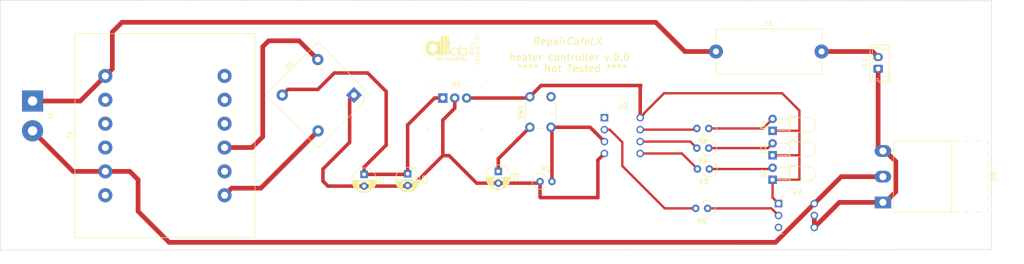
<source format=kicad_pcb>
(kicad_pcb (version 20221018) (generator pcbnew)
  (layers (0 "F.Cu" signal) (31 "B.Cu" signal) (34 "B.Paste" user) (35 "F.Paste" user) (36 "B.SilkS" user "B.Silkscreen") (37 "F.SilkS" user "F.Silkscreen") (38 "B.Mask" user) (39 "F.Mask" user) (44 "Edge.Cuts" user))
  (net 0 "")
  (net 1 "Net-(D1-Pad4)")
  (net 2 "Net-(D1-Pad2)")
  (net 3 "Net-(D2-Pad2)")
  (net 4 "Net-(D3-Pad2)")
  (net 5 "Net-(D4-Pad2)")
  (net 6 "Net-(D5-Pad1)")
  (net 7 "Net-(D5-Pad2)")
  (net 8 "Net-(R3-Pad2)")
  (net 9 "Net-(R4-Pad2)")
  (net 10 "Net-(R5-Pad2)")
  (net 11 "Net-(R6-Pad1)")
  (net 12 "Net-(R6-Pad2)")
  (net 13 "Net-(U2-Pad3)")
  (net 14 "Net-(C1-Pad1)")
  (net 15 "Net-(C1-Pad2)")
  (net 16 "Net-(C3-Pad1)")
  (net 17 "Net-(R1-Pad2)")
  (net 18 "Net-(U3-Pad1)")
  (net 19 "Net-(F1-Pad1)")
  (net 20 "Net-(F1-Pad2)")
  (footprint "Transformer_THT:Transformer_37x44" (layer "F.Cu") (at 63.627 105.029 90)
    (fp_text reference "T1" (at 7.75 -7.5 90) (layer "F.SilkS"))
    (fp_text value "Transformer_1P_1S")
    (pad "" thru_hole circle (at -5.08 0 90) (size 3 3) (drill 1.5) (layers "*.Cu" "*.Mask"))
    (pad "" thru_hole circle (at 0 25.4 90) (size 3 3) (drill 1.5) (layers "*.Cu" "*.Mask"))
    (pad "" thru_hole circle (at 5.08 0 90) (size 3 3) (drill 1.5) (layers "*.Cu" "*.Mask"))
    (pad "" thru_hole circle (at 10.16 0 90) (size 3 3) (drill 1.5) (layers "*.Cu" "*.Mask"))
    (pad "" thru_hole circle (at 10.16 25.4 90) (size 3 3) (drill 1.5) (layers "*.Cu" "*.Mask"))
    (pad "" thru_hole circle (at 15.24 0 90) (size 3 3) (drill 1.5) (layers "*.Cu" "*.Mask"))
    (pad "" thru_hole circle (at 15.24 25.4 90) (size 3 3) (drill 1.5) (layers "*.Cu" "*.Mask"))
    (pad "" thru_hole circle (at 20.32 25.4 90) (size 3 3) (drill 1.5) (layers "*.Cu" "*.Mask"))
    (pad "1" thru_hole circle (at 0 0 90) (size 3 3) (drill 1.5) (layers "*.Cu" "*.Mask") (net 7 "Net-(D5-Pad2)"))
    (pad "2" thru_hole circle (at 20.32 0 90) (size 3 3) (drill 1.5) (layers "*.Cu" "*.Mask") (net 19 "Net-(F1-Pad1)"))
    (pad "3" thru_hole circle (at 5.08 25.4 90) (size 3 3) (drill 1.5) (layers "*.Cu" "*.Mask") (net 2 "Net-(D1-Pad2)"))
    (pad "4" thru_hole circle (at -5.08 25.4 90) (size 3 3) (drill 1.5) (layers "*.Cu" "*.Mask") (net 1 "Net-(D1-Pad4)"))
  )
  (footprint "Capacitor_THT:CP_Radial_D5.0mm_P2.50mm" (layer "F.Cu") (at 118.745 105.664 -90)
    (fp_text reference "C1" (at 1.25 -3.75 90) (layer "F.SilkS"))
    (fp_text value "CP1")
    (pad "1" thru_hole rect (at 0 0 270) (size 1.6 1.6) (drill 0.8) (layers "*.Cu" "*.Mask") (net 14 "Net-(C1-Pad1)"))
    (pad "2" thru_hole circle (at 2.5 0 270) (size 1.6 1.6) (drill 0.8) (layers "*.Cu" "*.Mask") (net 15 "Net-(C1-Pad2)"))
  )
  (footprint "Capacitor_THT:CP_Radial_D5.0mm_P2.50mm" (layer "F.Cu") (at 128.016 105.537 -90)
    (fp_text reference "C2" (at 1.25 -3.75 90) (layer "F.SilkS"))
    (fp_text value "CP1")
    (pad "1" thru_hole rect (at 0 0 270) (size 1.6 1.6) (drill 0.8) (layers "*.Cu" "*.Mask") (net 14 "Net-(C1-Pad1)"))
    (pad "2" thru_hole circle (at 2.5 0 270) (size 1.6 1.6) (drill 0.8) (layers "*.Cu" "*.Mask") (net 15 "Net-(C1-Pad2)"))
  )
  (footprint "Capacitor_THT:CP_Radial_D5.0mm_P2.50mm" (layer "F.Cu") (at 147.32 105.029 -90)
    (fp_text reference "C3" (at 1.25 -3.75 90) (layer "F.SilkS"))
    (fp_text value "CP1")
    (pad "1" thru_hole rect (at 0 0 270) (size 1.6 1.6) (drill 0.8) (layers "*.Cu" "*.Mask") (net 16 "Net-(C3-Pad1)"))
    (pad "2" thru_hole circle (at 2.5 0 270) (size 1.6 1.6) (drill 0.8) (layers "*.Cu" "*.Mask") (net 15 "Net-(C1-Pad2)"))
  )
  (footprint "Diode_THT:Diode_Bridge_15.7x15.7x6.3mm_P10.8mm" (layer "F.Cu") (at 116.586 88.773 -135)
    (fp_text reference "D1" (at 5.2 14.3 225) (layer "F.SilkS"))
    (fp_text value "D_Bridge_-A+A")
    (pad "1" thru_hole rect (at 0 0 45) (size 2.4 2.4) (drill 1.2) (layers "*.Cu" "*.Mask") (net 15 "Net-(C1-Pad2)"))
    (pad "2" thru_hole circle (at 0.1 10.8 45) (size 2.4 2.4) (drill 1.2) (layers "*.Cu" "*.Mask") (net 2 "Net-(D1-Pad2)"))
    (pad "3" thru_hole circle (at 10.8 10.8 45) (size 2.4 2.4) (drill 1.2) (layers "*.Cu" "*.Mask") (net 14 "Net-(C1-Pad1)"))
    (pad "4" thru_hole circle (at 10.8 0 45) (size 2.4 2.4) (drill 1.2) (layers "*.Cu" "*.Mask") (net 1 "Net-(D1-Pad4)"))
  )
  (footprint "LED_THT:LED_D3.0mm_Horizontal_O3.81mm_Z10.0mm" (layer "F.Cu") (at 205.74 106.807 90)
    (fp_text reference "D2" (at 1.27 -1.96 90) (layer "F.SilkS"))
    (fp_text value "LED")
    (pad "1" thru_hole rect (at 0 0 90) (size 1.8 1.8) (drill 0.9) (layers "*.Cu" "*.Mask") (net 16 "Net-(C3-Pad1)"))
    (pad "2" thru_hole circle (at 2.54 0 90) (size 1.8 1.8) (drill 0.9) (layers "*.Cu" "*.Mask") (net 3 "Net-(D2-Pad2)"))
  )
  (footprint "LED_THT:LED_D3.0mm_Horizontal_O3.81mm_Z10.0mm" (layer "F.Cu") (at 205.74 101.6 90)
    (fp_text reference "D3" (at 1.27 -1.96 90) (layer "F.SilkS"))
    (fp_text value "LED")
    (pad "1" thru_hole rect (at 0 0 90) (size 1.8 1.8) (drill 0.9) (layers "*.Cu" "*.Mask") (net 16 "Net-(C3-Pad1)"))
    (pad "2" thru_hole circle (at 2.54 0 90) (size 1.8 1.8) (drill 0.9) (layers "*.Cu" "*.Mask") (net 4 "Net-(D3-Pad2)"))
  )
  (footprint "LED_THT:LED_D3.0mm_Horizontal_O3.81mm_Z10.0mm" (layer "F.Cu") (at 205.74 96.393 90)
    (fp_text reference "D4" (at 1.27 -1.96 90) (layer "F.SilkS"))
    (fp_text value "LED")
    (pad "1" thru_hole rect (at 0 0 90) (size 1.8 1.8) (drill 0.9) (layers "*.Cu" "*.Mask") (net 16 "Net-(C3-Pad1)"))
    (pad "2" thru_hole circle (at 2.54 0 90) (size 1.8 1.8) (drill 0.9) (layers "*.Cu" "*.Mask") (net 5 "Net-(D4-Pad2)"))
  )
  (footprint "Package_TO_SOT_THT:TO-218-3_Horizontal_TabUp" (layer "F.Cu") (at 229.235 111.633 90)
    (fp_text reference "D5" (at 5.475 23.45 90) (layer "F.SilkS"))
    (fp_text value "Q_TRIAC_A1A2G")
    (pad "" np_thru_hole oval (at 5.475 18.55 90) (size 4.04 4.04) (drill 4.04) (layers "*.Cu" "*.Mask"))
    (pad "1" thru_hole rect (at 0 0 90) (size 2.5 3.5) (drill 1.5) (layers "*.Cu" "*.Mask") (net 6 "Net-(D5-Pad1)"))
    (pad "2" thru_hole oval (at 5.475 0 90) (size 2.5 3.5) (drill 1.5) (layers "*.Cu" "*.Mask") (net 7 "Net-(D5-Pad2)"))
    (pad "3" thru_hole oval (at 10.95 0 90) (size 2.5 3.5) (drill 1.5) (layers "*.Cu" "*.Mask") (net 6 "Net-(D5-Pad1)"))
  )
  (footprint "Resistor_THT:R_Axial_DIN0309_L9.0mm_D3.2mm_P2.54mm_Vertical" (layer "F.Cu") (at 156.21 107.188)
    (fp_text reference "R1" (at 1.27 -2.72) (layer "F.SilkS"))
    (fp_text value "R")
    (pad "1" thru_hole circle (at 0 0) (size 1.6 1.6) (drill 0.8) (layers "*.Cu" "*.Mask") (net 15 "Net-(C1-Pad2)"))
    (pad "2" thru_hole oval (at 2.54 0) (size 1.6 1.6) (drill 0.8) (layers "*.Cu" "*.Mask") (net 17 "Net-(R1-Pad2)"))
  )
  (footprint "Resistor_THT:R_Axial_DIN0309_L9.0mm_D3.2mm_P2.54mm_Vertical" (layer "F.Cu") (at 192.278 104.521 180)
    (fp_text reference "R3" (at 1.27 -2.72) (layer "F.SilkS"))
    (fp_text value "R")
    (pad "1" thru_hole circle (at 0 0 180) (size 1.6 1.6) (drill 0.8) (layers "*.Cu" "*.Mask") (net 3 "Net-(D2-Pad2)"))
    (pad "2" thru_hole oval (at 2.54 0 180) (size 1.6 1.6) (drill 0.8) (layers "*.Cu" "*.Mask") (net 8 "Net-(R3-Pad2)"))
  )
  (footprint "Resistor_THT:R_Axial_DIN0309_L9.0mm_D3.2mm_P2.54mm_Vertical" (layer "F.Cu") (at 192.151 100.076 180)
    (fp_text reference "R4" (at 1.27 -2.72) (layer "F.SilkS"))
    (fp_text value "R")
    (pad "1" thru_hole circle (at 0 0 180) (size 1.6 1.6) (drill 0.8) (layers "*.Cu" "*.Mask") (net 4 "Net-(D3-Pad2)"))
    (pad "2" thru_hole oval (at 2.54 0 180) (size 1.6 1.6) (drill 0.8) (layers "*.Cu" "*.Mask") (net 9 "Net-(R4-Pad2)"))
  )
  (footprint "Resistor_THT:R_Axial_DIN0309_L9.0mm_D3.2mm_P2.54mm_Vertical" (layer "F.Cu") (at 192.151 95.885 180)
    (fp_text reference "R5" (at 1.27 -2.72) (layer "F.SilkS"))
    (fp_text value "R")
    (pad "1" thru_hole circle (at 0 0 180) (size 1.6 1.6) (drill 0.8) (layers "*.Cu" "*.Mask") (net 5 "Net-(D4-Pad2)"))
    (pad "2" thru_hole oval (at 2.54 0 180) (size 1.6 1.6) (drill 0.8) (layers "*.Cu" "*.Mask") (net 10 "Net-(R5-Pad2)"))
  )
  (footprint "Resistor_THT:R_Axial_DIN0309_L9.0mm_D3.2mm_P2.54mm_Vertical" (layer "F.Cu") (at 191.897 112.903 180)
    (fp_text reference "R6" (at 1.27 -2.72) (layer "F.SilkS"))
    (fp_text value "R")
    (pad "1" thru_hole circle (at 0 0 180) (size 1.6 1.6) (drill 0.8) (layers "*.Cu" "*.Mask") (net 11 "Net-(R6-Pad1)"))
    (pad "2" thru_hole oval (at 2.54 0 180) (size 1.6 1.6) (drill 0.8) (layers "*.Cu" "*.Mask") (net 12 "Net-(R6-Pad2)"))
  )
  (footprint "Connector_JST:JST_EH_B2B-EH-A_1x02_P2.50mm_Vertical" (layer "F.Cu") (at 228.219 83.185 90)
    (fp_text reference "R7" (at 1.25 -2.8 90) (layer "F.SilkS"))
    (fp_text value "Heater")
    (pad "1" thru_hole roundrect (at 0 0 90) (size 1.7 2) (drill 1) (layers "*.Cu" "*.Mask") (roundrect_rratio 0.147059) (net 6 "Net-(D5-Pad1)"))
    (pad "2" thru_hole oval (at 2.5 0 90) (size 1.7 2) (drill 1) (layers "*.Cu" "*.Mask") (net 20 "Net-(F1-Pad2)"))
  )
  (footprint "Button_Switch_THT:SW_PUSH_6mm" (layer "F.Cu") (at 154.051 95.631 90)
    (fp_text reference "SW1" (at 3.25 -2 90) (layer "F.SilkS"))
    (fp_text value "SW_Push")
    (pad "1" thru_hole circle (at 0 0 180) (size 2 2) (drill 1.1) (layers "*.Cu" "*.Mask") (net 16 "Net-(C3-Pad1)"))
    (pad "1" thru_hole circle (at 6.5 0 180) (size 2 2) (drill 1.1) (layers "*.Cu" "*.Mask") (net 16 "Net-(C3-Pad1)"))
    (pad "2" thru_hole circle (at 0 4.5 180) (size 2 2) (drill 1.1) (layers "*.Cu" "*.Mask") (net 17 "Net-(R1-Pad2)"))
    (pad "2" thru_hole circle (at 6.5 4.5 180) (size 2 2) (drill 1.1) (layers "*.Cu" "*.Mask") (net 17 "Net-(R1-Pad2)"))
  )
  (footprint "digikey-footprints:3-SIP_Module_V7805-1000" (layer "F.Cu") (at 135.509 89.408)
    (fp_text reference "U1" (at 2.91 -3.12) (layer "F.SilkS"))
    (fp_text value "V7805-1000")
    (pad "1" thru_hole rect (at 0 0) (size 2 2) (drill 1) (layers "*.Cu" "*.Mask") (net 14 "Net-(C1-Pad1)"))
    (pad "2" thru_hole circle (at 2.54 0) (size 2 2) (drill 1) (layers "*.Cu" "*.Mask") (net 15 "Net-(C1-Pad2)"))
    (pad "3" thru_hole circle (at 5.08 0) (size 2 2) (drill 1) (layers "*.Cu" "*.Mask") (net 16 "Net-(C3-Pad1)"))
  )
  (footprint "digikey-footprints:DIP-6_W7.62mm" (layer "F.Cu") (at 207.01 111.887)
    (fp_text reference "U2" (at 4.05 -2.52) (layer "F.SilkS"))
    (fp_text value "MOC3021")
    (pad "1" thru_hole rect (at 0 0) (size 1.6 1.6) (drill 1) (layers "*.Cu" "*.Mask") (net 16 "Net-(C3-Pad1)"))
    (pad "2" thru_hole circle (at 0 2.54) (size 1.6 1.6) (drill 1) (layers "*.Cu" "*.Mask") (net 11 "Net-(R6-Pad1)"))
    (pad "3" thru_hole circle (at 0 5.08) (size 1.6 1.6) (drill 1) (layers "*.Cu" "*.Mask") (net 13 "Net-(U2-Pad3)"))
    (pad "4" thru_hole circle (at 7.62 5.08) (size 1.6 1.6) (drill 1) (layers "*.Cu" "*.Mask") (net 6 "Net-(D5-Pad1)"))
    (pad "5" thru_hole circle (at 7.62 2.54) (size 1.6 1.6) (drill 1) (layers "*.Cu" "*.Mask") (net 6 "Net-(D5-Pad1)"))
    (pad "6" thru_hole circle (at 7.62 0) (size 1.6 1.6) (drill 1) (layers "*.Cu" "*.Mask") (net 7 "Net-(D5-Pad2)"))
  )
  (footprint "digikey-footprints:DIP-8_W7.62mm" (layer "F.Cu") (at 169.926 93.599)
    (fp_text reference "U3" (at 4.05 -2.52) (layer "F.SilkS"))
    (fp_text value "ATTINY85-20PU")
    (pad "1" thru_hole rect (at 0 0) (size 1.6 1.6) (drill 1) (layers "*.Cu" "*.Mask") (net 18 "Net-(U3-Pad1)"))
    (pad "2" thru_hole circle (at 0 2.54) (size 1.6 1.6) (drill 1) (layers "*.Cu" "*.Mask") (net 12 "Net-(R6-Pad2)"))
    (pad "3" thru_hole circle (at 0 5.08) (size 1.6 1.6) (drill 1) (layers "*.Cu" "*.Mask") (net 17 "Net-(R1-Pad2)"))
    (pad "4" thru_hole circle (at 0 7.62) (size 1.6 1.6) (drill 1) (layers "*.Cu" "*.Mask") (net 15 "Net-(C1-Pad2)"))
    (pad "5" thru_hole circle (at 7.62 7.62) (size 1.6 1.6) (drill 1) (layers "*.Cu" "*.Mask") (net 8 "Net-(R3-Pad2)"))
    (pad "6" thru_hole circle (at 7.62 5.08) (size 1.6 1.6) (drill 1) (layers "*.Cu" "*.Mask") (net 9 "Net-(R4-Pad2)"))
    (pad "7" thru_hole circle (at 7.62 2.54) (size 1.6 1.6) (drill 1) (layers "*.Cu" "*.Mask") (net 10 "Net-(R5-Pad2)"))
    (pad "8" thru_hole circle (at 7.62 0) (size 1.6 1.6) (drill 1) (layers "*.Cu" "*.Mask") (net 16 "Net-(C3-Pad1)"))
  )
  (footprint "altlab-footprints:ALTLAB_LOGO" (layer "F.Cu") (at 136.271 78.867)
    (fp_text reference "LOGO***" hide)
    (fp_text value "ALTLAB" hide)
  )
  (footprint "Connector_Wire:SolderWirePad_1x02_P7.62mm_Drill2mm" (layer "F.Cu") (at 48.133 90.043 -90)
    (fp_text reference "J1" (at 3.175 -3.81 90) (layer "F.SilkS"))
    (fp_text value "Conn_WallSocket")
    (pad "1" thru_hole rect (at 0 0 270) (size 4.50088 4.50088) (drill 1.99898) (layers "*.Cu" "*.Mask") (net 19 "Net-(F1-Pad1)"))
    (pad "2" thru_hole circle (at 6.35 0 270) (size 4.50088 4.50088) (drill 1.99898) (layers "*.Cu" "*.Mask") (net 7 "Net-(D5-Pad2)"))
  )
  (footprint "Fuse:Fuseholder_Cylinder-5x20mm_Schurter_0031_8201_Horizontal_Open" (layer "F.Cu") (at 193.675 79.502)
    (fp_text reference "F1" (at 11.25 -6) (layer "F.SilkS"))
    (fp_text value "DFP10112")
    (pad "" np_thru_hole circle (at 11.25 0) (size 2.7 2.7) (drill 2.7) (layers "*.Cu" "*.Mask"))
    (pad "1" thru_hole circle (at 0 0) (size 3 3) (drill 1.3) (layers "*.Cu" "*.Mask") (net 19 "Net-(F1-Pad1)"))
    (pad "2" thru_hole circle (at 22.5 0) (size 3 3) (drill 1.3) (layers "*.Cu" "*.Mask") (net 20 "Net-(F1-Pad2)"))
  )
  (gr_line (start 252.349 68.707) (end 41.275 68.58) (stroke (width 0.1)) (layer "Edge.Cuts"))
  (gr_line (start 41.275 68.58) (end 41.275 121.793) (stroke (width 0.1)) (layer "Edge.Cuts"))
  (gr_line (start 252.349 121.666) (end 252.349 68.707) (stroke (width 0.1)) (layer "Edge.Cuts"))
  (gr_line (start 41.275 121.793) (end 252.349 121.666) (stroke (width 0.1)) (layer "Edge.Cuts"))
  (gr_text "RepairCafeLX" (at 162.052 77.343) (layer "F.SilkS") (effects (font (size 1.5 1.5) (thickness 0.2) italic)))
  (gr_text "heater controller v.0.0 \n**** Not Tested ****" (at 163.068 81.915) (layer "F.SilkS") (effects (font (size 1.5 1.5) (thickness 0.2))))
  (gr_text "dinix\n2021.07.24" (at 142.24 78.994 90) (layer "F.SilkS") (effects (font (size 0.8 0.8) (thickness 0.1))))
  (segment (start 96.749999 108.609001) (end 108.949247 96.409753) (width 1) (layer "F.Cu") (net 1))
  (segment (start 89.027 110.109) (end 90.526999 108.609001) (width 1) (layer "F.Cu") (net 1))
  (segment (start 90.526999 108.609001) (end 96.749999 108.609001) (width 1) (layer "F.Cu") (net 1))
  (segment (start 97.155 78.486) (end 98.425 77.216) (width 1) (layer "F.Cu") (net 2))
  (segment (start 97.155 97.663) (end 97.155 78.486) (width 1) (layer "F.Cu") (net 2))
  (segment (start 94.869 99.949) (end 97.155 97.663) (width 1) (layer "F.Cu") (net 2))
  (segment (start 104.887579 77.216) (end 108.878536 81.206957) (width 1) (layer "F.Cu") (net 2))
  (segment (start 98.425 77.216) (end 104.887579 77.216) (width 1) (layer "F.Cu") (net 2))
  (segment (start 89.027 99.949) (end 94.869 99.949) (width 1) (layer "F.Cu") (net 2))
  (segment (start 192.278 104.521) (end 205.486 104.521) (width 0.5) (layer "F.Cu") (net 3))
  (segment (start 205.486 104.521) (end 205.74 104.267) (width 0.5) (layer "F.Cu") (net 3))
  (segment (start 204.724 100.076) (end 205.74 99.06) (width 0.5) (layer "F.Cu") (net 4))
  (segment (start 192.151 100.076) (end 204.724 100.076) (width 0.5) (layer "F.Cu") (net 4))
  (segment (start 192.151 95.885) (end 203.708 95.885) (width 0.5) (layer "F.Cu") (net 5))
  (segment (start 203.708 95.885) (end 205.74 93.853) (width 0.5) (layer "F.Cu") (net 5))
  (segment (start 229.235 100.683) (end 229.735 100.683) (width 1) (layer "F.Cu") (net 6))
  (segment (start 214.63 114.427) (end 214.63 116.967) (width 1) (layer "F.Cu") (net 6))
  (segment (start 219.964 111.633) (end 229.235 111.633) (width 1) (layer "F.Cu") (net 6))
  (segment (start 228.219 99.667) (end 229.235 100.683) (width 1) (layer "F.Cu") (net 6))
  (segment (start 214.63 116.967) (end 219.964 111.633) (width 1) (layer "F.Cu") (net 6))
  (segment (start 231.985 109.383) (end 229.735 111.633) (width 1) (layer "F.Cu") (net 6))
  (segment (start 229.735 100.683) (end 231.985 102.933) (width 1) (layer "F.Cu") (net 6))
  (segment (start 229.735 111.633) (end 229.235 111.633) (width 1) (layer "F.Cu") (net 6))
  (segment (start 228.219 83.185) (end 228.219 99.667) (width 1) (layer "F.Cu") (net 6))
  (segment (start 231.985 102.933) (end 231.985 109.383) (width 1) (layer "F.Cu") (net 6))
  (segment (start 220.359 106.158) (end 229.235 106.158) (width 1) (layer "F.Cu") (net 7))
  (segment (start 77.216 120.142) (end 206.375 120.142) (width 1) (layer "F.Cu") (net 7))
  (segment (start 70.612 106.807) (end 70.612 113.538) (width 1) (layer "F.Cu") (net 7))
  (segment (start 63.627 105.029) (end 68.834 105.029) (width 1) (layer "F.Cu") (net 7))
  (segment (start 70.612 113.538) (end 77.216 120.142) (width 1) (layer "F.Cu") (net 7))
  (segment (start 48.133 96.393) (end 56.769 105.029) (width 1) (layer "F.Cu") (net 7))
  (segment (start 214.63 111.887) (end 220.359 106.158) (width 1) (layer "F.Cu") (net 7))
  (segment (start 68.834 105.029) (end 70.612 106.807) (width 1) (layer "F.Cu") (net 7))
  (segment (start 206.375 120.142) (end 213.995 112.522) (width 1) (layer "F.Cu") (net 7))
  (segment (start 56.769 105.029) (end 63.627 105.029) (width 1) (layer "F.Cu") (net 7))
  (segment (start 186.436 101.219) (end 189.738 104.521) (width 0.5) (layer "F.Cu") (net 8))
  (segment (start 177.546 101.219) (end 186.436 101.219) (width 0.5) (layer "F.Cu") (net 8))
  (segment (start 177.546 98.679) (end 188.214 98.679) (width 0.5) (layer "F.Cu") (net 9))
  (segment (start 188.214 98.679) (end 189.611 100.076) (width 0.5) (layer "F.Cu") (net 9))
  (segment (start 189.357 96.139) (end 189.611 95.885) (width 0.5) (layer "F.Cu") (net 10))
  (segment (start 177.546 96.139) (end 189.357 96.139) (width 0.5) (layer "F.Cu") (net 10))
  (segment (start 191.897 112.903) (end 205.486 112.903) (width 0.5) (layer "F.Cu") (net 11))
  (segment (start 205.486 112.903) (end 207.01 114.427) (width 0.5) (layer "F.Cu") (net 11))
  (segment (start 173.736 98.81763) (end 173.736 103.886) (width 0.5) (layer "F.Cu") (net 12))
  (segment (start 182.753 112.903) (end 189.357 112.903) (width 0.5) (layer "F.Cu") (net 12))
  (segment (start 173.736 103.886) (end 182.753 112.903) (width 0.5) (layer "F.Cu") (net 12))
  (segment (start 171.05737 96.139) (end 173.736 98.81763) (width 0.5) (layer "F.Cu") (net 12))
  (segment (start 169.926 96.139) (end 171.05737 96.139) (width 0.5) (layer "F.Cu") (net 12))
  (segment (start 112.395 84.074) (end 119.507 84.074) (width 0.75) (layer "F.Cu") (net 14))
  (segment (start 133.759 89.408) (end 135.509 89.408) (width 0.75) (layer "F.Cu") (net 14))
  (segment (start 118.745 105.664) (end 127.889 105.664) (width 0.75) (layer "F.Cu") (net 14))
  (segment (start 101.312494 88.773) (end 102.512493 87.573001) (width 0.75) (layer "F.Cu") (net 14))
  (segment (start 123.418 99.441) (end 118.745 104.114) (width 0.75) (layer "F.Cu") (net 14))
  (segment (start 123.444 88.011) (end 123.444 99.441) (width 0.75) (layer "F.Cu") (net 14))
  (segment (start 128.016 105.537) (end 128.016 95.151) (width 0.75) (layer "F.Cu") (net 14))
  (segment (start 108.895999 87.573001) (end 112.395 84.074) (width 0.75) (layer "F.Cu") (net 14))
  (segment (start 119.507 84.074) (end 123.444 88.011) (width 0.75) (layer "F.Cu") (net 14))
  (segment (start 118.745 104.114) (end 118.745 105.664) (width 0.75) (layer "F.Cu") (net 14))
  (segment (start 123.444 99.441) (end 123.418 99.441) (width 0.75) (layer "F.Cu") (net 14))
  (segment (start 127.889 105.664) (end 128.016 105.537) (width 0.75) (layer "F.Cu") (net 14))
  (segment (start 128.016 95.151) (end 133.759 89.408) (width 0.75) (layer "F.Cu") (net 14))
  (segment (start 102.512493 87.573001) (end 108.895999 87.573001) (width 0.75) (layer "F.Cu") (net 14))
  (segment (start 116.586 88.773) (end 115.666762 89.692238) (width 0.75) (layer "F.Cu") (net 15))
  (segment (start 118.745 108.164) (end 127.889 108.164) (width 0.75) (layer "F.Cu") (net 15))
  (segment (start 156.21 107.188) (end 156.21 110.49) (width 0.75) (layer "F.Cu") (net 15))
  (segment (start 129.14737 108.037) (end 135.509 101.67537) (width 0.75) (layer "F.Cu") (net 15))
  (segment (start 127.889 108.164) (end 128.016 108.037) (width 0.75) (layer "F.Cu") (net 15))
  (segment (start 155.869 107.529) (end 156.21 107.188) (width 0.75) (layer "F.Cu") (net 15))
  (segment (start 168.529 110.617) (end 168.529 102.616) (width 0.75) (layer "F.Cu") (net 15))
  (segment (start 109.982 107.108) (end 111.038 108.164) (width 0.75) (layer "F.Cu") (net 15))
  (segment (start 136.85437 101.67537) (end 142.708 107.529) (width 0.75) (layer "F.Cu") (net 15))
  (segment (start 128.016 108.037) (end 129.14737 108.037) (width 0.75) (layer "F.Cu") (net 15))
  (segment (start 135.509 94.107) (end 138.049 91.567) (width 0.75) (layer "F.Cu") (net 15))
  (segment (start 135.509 101.67537) (end 135.509 94.107) (width 0.75) (layer "F.Cu") (net 15))
  (segment (start 115.666762 89.692238) (end 115.666762 98.836238) (width 0.75) (layer "F.Cu") (net 15))
  (segment (start 156.21 110.49) (end 156.337 110.617) (width 0.75) (layer "F.Cu") (net 15))
  (segment (start 147.32 107.529) (end 155.869 107.529) (width 0.75) (layer "F.Cu") (net 15))
  (segment (start 111.038 108.164) (end 118.745 108.164) (width 0.75) (layer "F.Cu") (net 15))
  (segment (start 109.982 104.521) (end 109.982 107.108) (width 0.75) (layer "F.Cu") (net 15))
  (segment (start 142.708 107.529) (end 147.32 107.529) (width 0.75) (layer "F.Cu") (net 15))
  (segment (start 156.337 110.617) (end 168.529 110.617) (width 0.75) (layer "F.Cu") (net 15))
  (segment (start 135.509 101.67537) (end 136.85437 101.67537) (width 0.75) (layer "F.Cu") (net 15))
  (segment (start 168.529 102.616) (end 169.926 101.219) (width 0.75) (layer "F.Cu") (net 15))
  (segment (start 138.049 91.567) (end 138.049 89.408) (width 0.75) (layer "F.Cu") (net 15))
  (segment (start 115.666762 98.836238) (end 109.982 104.521) (width 0.75) (layer "F.Cu") (net 15))
  (segment (start 178.345999 92.672001) (end 182.626 88.392) (width 0.5) (layer "F.Cu") (net 16))
  (segment (start 211.455 106.807) (end 205.74 106.807) (width 0.5) (layer "F.Cu") (net 16))
  (segment (start 140.589 89.408) (end 153.774 89.408) (width 0.75) (layer "F.Cu") (net 16))
  (segment (start 207.772 88.392) (end 211.455 92.075) (width 0.5) (layer "F.Cu") (net 16))
  (segment (start 177.546 86.868) (end 177.546 93.599) (width 0.75) (layer "F.Cu") (net 16))
  (segment (start 147.32 102.362) (end 154.051 95.631) (width 0.75) (layer "F.Cu") (net 16))
  (segment (start 211.455 96.393) (end 205.74 96.393) (width 0.5) (layer "F.Cu") (net 16))
  (segment (start 211.455 101.473) (end 211.455 106.807) (width 0.5) (layer "F.Cu") (net 16))
  (segment (start 147.32 105.029) (end 147.32 102.362) (width 0.75) (layer "F.Cu") (net 16))
  (segment (start 154.051 89.131) (end 156.441 86.741) (width 0.75) (layer "F.Cu") (net 16))
  (segment (start 211.455 92.075) (end 211.455 96.393) (width 0.5) (layer "F.Cu") (net 16))
  (segment (start 153.774 89.408) (end 154.051 89.131) (width 0.75) (layer "F.Cu") (net 16))
  (segment (start 178.345999 92.799001) (end 178.345999 92.672001) (width 0.5) (layer "F.Cu") (net 16))
  (segment (start 177.546 93.599) (end 178.345999 92.799001) (width 0.5) (layer "F.Cu") (net 16))
  (segment (start 182.626 88.392) (end 207.772 88.392) (width 0.5) (layer "F.Cu") (net 16))
  (segment (start 211.328 101.6) (end 205.74 101.6) (width 0.5) (layer "F.Cu") (net 16))
  (segment (start 156.441 86.741) (end 177.673 86.741) (width 0.75) (layer "F.Cu") (net 16))
  (segment (start 205.74 110.617) (end 207.01 111.887) (width 0.5) (layer "F.Cu") (net 16))
  (segment (start 205.74 106.807) (end 205.74 110.617) (width 0.5) (layer "F.Cu") (net 16))
  (segment (start 177.673 86.741) (end 177.546 86.868) (width 0.75) (layer "F.Cu") (net 16))
  (segment (start 211.455 101.473) (end 211.328 101.6) (width 0.5) (layer "F.Cu") (net 16))
  (segment (start 211.455 96.393) (end 211.455 101.473) (width 0.5) (layer "F.Cu") (net 16))
  (segment (start 158.75 107.188) (end 158.75 95.83) (width 0.75) (layer "F.Cu") (net 17))
  (segment (start 166.878 95.631) (end 169.926 98.679) (width 0.75) (layer "F.Cu") (net 17))
  (segment (start 158.75 95.83) (end 158.551 95.631) (width 0.75) (layer "F.Cu") (net 17))
  (segment (start 158.551 95.631) (end 166.878 95.631) (width 0.75) (layer "F.Cu") (net 17))
  (segment (start 67.183 73.279) (end 180.848 73.279) (width 1) (layer "F.Cu") (net 19))
  (segment (start 58.293 90.043) (end 63.627 84.709) (width 1) (layer "F.Cu") (net 19))
  (segment (start 65.126999 75.335001) (end 67.183 73.279) (width 1) (layer "F.Cu") (net 19))
  (segment (start 65.126999 83.209001) (end 65.126999 75.335001) (width 1) (layer "F.Cu") (net 19))
  (segment (start 180.848 73.279) (end 187.071 79.502) (width 1) (layer "F.Cu") (net 19))
  (segment (start 187.071 79.502) (end 193.675 79.502) (width 1) (layer "F.Cu") (net 19))
  (segment (start 48.133 90.043) (end 58.293 90.043) (width 1) (layer "F.Cu") (net 19))
  (segment (start 63.627 84.709) (end 65.126999 83.209001) (width 1) (layer "F.Cu") (net 19))
  (segment (start 227.036 79.502) (end 228.219 80.685) (width 1) (layer "F.Cu") (net 20))
  (segment (start 216.175 79.502) (end 227.036 79.502) (width 1) (layer "F.Cu") (net 20))
)
</source>
